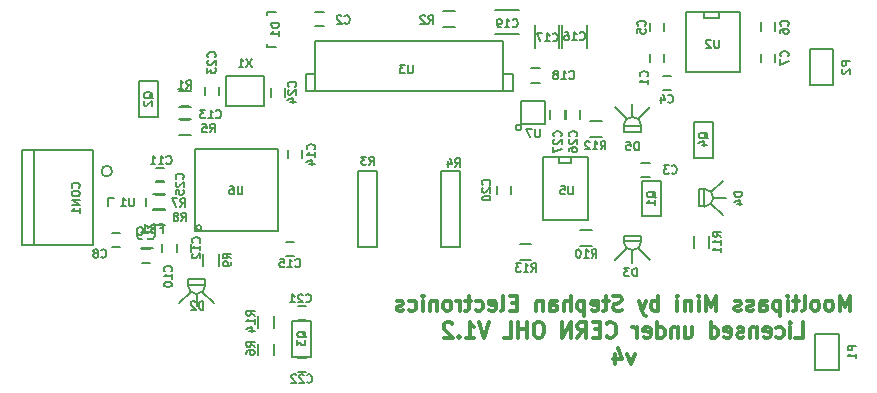
<source format=gbo>
G04 #@! TF.FileFunction,Legend,Bot*
%FSLAX46Y46*%
G04 Gerber Fmt 4.6, Leading zero omitted, Abs format (unit mm)*
G04 Created by KiCad (PCBNEW 4.0.4-stable) date 10/29/16 22:21:33*
%MOMM*%
%LPD*%
G01*
G04 APERTURE LIST*
%ADD10C,0.100000*%
%ADD11C,0.200000*%
%ADD12C,0.300000*%
%ADD13C,0.150000*%
%ADD14C,0.127000*%
G04 APERTURE END LIST*
D10*
D11*
X105850000Y-81500000D02*
G75*
G03X105850000Y-81500000I-450000J0D01*
G01*
D12*
X168309520Y-93338095D02*
X168309520Y-92038095D01*
X167876187Y-92966667D01*
X167442854Y-92038095D01*
X167442854Y-93338095D01*
X166638092Y-93338095D02*
X166761901Y-93276190D01*
X166823806Y-93214286D01*
X166885711Y-93090476D01*
X166885711Y-92719048D01*
X166823806Y-92595238D01*
X166761901Y-92533333D01*
X166638092Y-92471429D01*
X166452378Y-92471429D01*
X166328568Y-92533333D01*
X166266663Y-92595238D01*
X166204759Y-92719048D01*
X166204759Y-93090476D01*
X166266663Y-93214286D01*
X166328568Y-93276190D01*
X166452378Y-93338095D01*
X166638092Y-93338095D01*
X165461902Y-93338095D02*
X165585711Y-93276190D01*
X165647616Y-93214286D01*
X165709521Y-93090476D01*
X165709521Y-92719048D01*
X165647616Y-92595238D01*
X165585711Y-92533333D01*
X165461902Y-92471429D01*
X165276188Y-92471429D01*
X165152378Y-92533333D01*
X165090473Y-92595238D01*
X165028569Y-92719048D01*
X165028569Y-93090476D01*
X165090473Y-93214286D01*
X165152378Y-93276190D01*
X165276188Y-93338095D01*
X165461902Y-93338095D01*
X164285712Y-93338095D02*
X164409521Y-93276190D01*
X164471426Y-93152381D01*
X164471426Y-92038095D01*
X163976188Y-92471429D02*
X163480950Y-92471429D01*
X163790474Y-92038095D02*
X163790474Y-93152381D01*
X163728569Y-93276190D01*
X163604760Y-93338095D01*
X163480950Y-93338095D01*
X163047617Y-93338095D02*
X163047617Y-92471429D01*
X163047617Y-92038095D02*
X163109522Y-92100000D01*
X163047617Y-92161905D01*
X162985712Y-92100000D01*
X163047617Y-92038095D01*
X163047617Y-92161905D01*
X162428569Y-92471429D02*
X162428569Y-93771429D01*
X162428569Y-92533333D02*
X162304760Y-92471429D01*
X162057141Y-92471429D01*
X161933331Y-92533333D01*
X161871426Y-92595238D01*
X161809522Y-92719048D01*
X161809522Y-93090476D01*
X161871426Y-93214286D01*
X161933331Y-93276190D01*
X162057141Y-93338095D01*
X162304760Y-93338095D01*
X162428569Y-93276190D01*
X160695236Y-93338095D02*
X160695236Y-92657143D01*
X160757141Y-92533333D01*
X160880951Y-92471429D01*
X161128570Y-92471429D01*
X161252379Y-92533333D01*
X160695236Y-93276190D02*
X160819046Y-93338095D01*
X161128570Y-93338095D01*
X161252379Y-93276190D01*
X161314284Y-93152381D01*
X161314284Y-93028571D01*
X161252379Y-92904762D01*
X161128570Y-92842857D01*
X160819046Y-92842857D01*
X160695236Y-92780952D01*
X160138094Y-93276190D02*
X160014284Y-93338095D01*
X159766665Y-93338095D01*
X159642856Y-93276190D01*
X159580951Y-93152381D01*
X159580951Y-93090476D01*
X159642856Y-92966667D01*
X159766665Y-92904762D01*
X159952380Y-92904762D01*
X160076189Y-92842857D01*
X160138094Y-92719048D01*
X160138094Y-92657143D01*
X160076189Y-92533333D01*
X159952380Y-92471429D01*
X159766665Y-92471429D01*
X159642856Y-92533333D01*
X159085713Y-93276190D02*
X158961903Y-93338095D01*
X158714284Y-93338095D01*
X158590475Y-93276190D01*
X158528570Y-93152381D01*
X158528570Y-93090476D01*
X158590475Y-92966667D01*
X158714284Y-92904762D01*
X158899999Y-92904762D01*
X159023808Y-92842857D01*
X159085713Y-92719048D01*
X159085713Y-92657143D01*
X159023808Y-92533333D01*
X158899999Y-92471429D01*
X158714284Y-92471429D01*
X158590475Y-92533333D01*
X156980951Y-93338095D02*
X156980951Y-92038095D01*
X156547618Y-92966667D01*
X156114285Y-92038095D01*
X156114285Y-93338095D01*
X155495237Y-93338095D02*
X155495237Y-92471429D01*
X155495237Y-92038095D02*
X155557142Y-92100000D01*
X155495237Y-92161905D01*
X155433332Y-92100000D01*
X155495237Y-92038095D01*
X155495237Y-92161905D01*
X154876189Y-92471429D02*
X154876189Y-93338095D01*
X154876189Y-92595238D02*
X154814284Y-92533333D01*
X154690475Y-92471429D01*
X154504761Y-92471429D01*
X154380951Y-92533333D01*
X154319046Y-92657143D01*
X154319046Y-93338095D01*
X153699999Y-93338095D02*
X153699999Y-92471429D01*
X153699999Y-92038095D02*
X153761904Y-92100000D01*
X153699999Y-92161905D01*
X153638094Y-92100000D01*
X153699999Y-92038095D01*
X153699999Y-92161905D01*
X152090475Y-93338095D02*
X152090475Y-92038095D01*
X152090475Y-92533333D02*
X151966666Y-92471429D01*
X151719047Y-92471429D01*
X151595237Y-92533333D01*
X151533332Y-92595238D01*
X151471428Y-92719048D01*
X151471428Y-93090476D01*
X151533332Y-93214286D01*
X151595237Y-93276190D01*
X151719047Y-93338095D01*
X151966666Y-93338095D01*
X152090475Y-93276190D01*
X151038095Y-92471429D02*
X150728571Y-93338095D01*
X150419047Y-92471429D02*
X150728571Y-93338095D01*
X150852380Y-93647619D01*
X150914285Y-93709524D01*
X151038095Y-93771429D01*
X148995238Y-93276190D02*
X148809524Y-93338095D01*
X148500000Y-93338095D01*
X148376190Y-93276190D01*
X148314286Y-93214286D01*
X148252381Y-93090476D01*
X148252381Y-92966667D01*
X148314286Y-92842857D01*
X148376190Y-92780952D01*
X148500000Y-92719048D01*
X148747619Y-92657143D01*
X148871428Y-92595238D01*
X148933333Y-92533333D01*
X148995238Y-92409524D01*
X148995238Y-92285714D01*
X148933333Y-92161905D01*
X148871428Y-92100000D01*
X148747619Y-92038095D01*
X148438095Y-92038095D01*
X148252381Y-92100000D01*
X147880952Y-92471429D02*
X147385714Y-92471429D01*
X147695238Y-92038095D02*
X147695238Y-93152381D01*
X147633333Y-93276190D01*
X147509524Y-93338095D01*
X147385714Y-93338095D01*
X146457143Y-93276190D02*
X146580953Y-93338095D01*
X146828572Y-93338095D01*
X146952381Y-93276190D01*
X147014286Y-93152381D01*
X147014286Y-92657143D01*
X146952381Y-92533333D01*
X146828572Y-92471429D01*
X146580953Y-92471429D01*
X146457143Y-92533333D01*
X146395238Y-92657143D01*
X146395238Y-92780952D01*
X147014286Y-92904762D01*
X145838095Y-92471429D02*
X145838095Y-93771429D01*
X145838095Y-92533333D02*
X145714286Y-92471429D01*
X145466667Y-92471429D01*
X145342857Y-92533333D01*
X145280952Y-92595238D01*
X145219048Y-92719048D01*
X145219048Y-93090476D01*
X145280952Y-93214286D01*
X145342857Y-93276190D01*
X145466667Y-93338095D01*
X145714286Y-93338095D01*
X145838095Y-93276190D01*
X144661905Y-93338095D02*
X144661905Y-92038095D01*
X144104762Y-93338095D02*
X144104762Y-92657143D01*
X144166667Y-92533333D01*
X144290477Y-92471429D01*
X144476191Y-92471429D01*
X144600000Y-92533333D01*
X144661905Y-92595238D01*
X142928572Y-93338095D02*
X142928572Y-92657143D01*
X142990477Y-92533333D01*
X143114287Y-92471429D01*
X143361906Y-92471429D01*
X143485715Y-92533333D01*
X142928572Y-93276190D02*
X143052382Y-93338095D01*
X143361906Y-93338095D01*
X143485715Y-93276190D01*
X143547620Y-93152381D01*
X143547620Y-93028571D01*
X143485715Y-92904762D01*
X143361906Y-92842857D01*
X143052382Y-92842857D01*
X142928572Y-92780952D01*
X142309525Y-92471429D02*
X142309525Y-93338095D01*
X142309525Y-92595238D02*
X142247620Y-92533333D01*
X142123811Y-92471429D01*
X141938097Y-92471429D01*
X141814287Y-92533333D01*
X141752382Y-92657143D01*
X141752382Y-93338095D01*
X140142859Y-92657143D02*
X139709526Y-92657143D01*
X139523812Y-93338095D02*
X140142859Y-93338095D01*
X140142859Y-92038095D01*
X139523812Y-92038095D01*
X138780955Y-93338095D02*
X138904764Y-93276190D01*
X138966669Y-93152381D01*
X138966669Y-92038095D01*
X137790479Y-93276190D02*
X137914289Y-93338095D01*
X138161908Y-93338095D01*
X138285717Y-93276190D01*
X138347622Y-93152381D01*
X138347622Y-92657143D01*
X138285717Y-92533333D01*
X138161908Y-92471429D01*
X137914289Y-92471429D01*
X137790479Y-92533333D01*
X137728574Y-92657143D01*
X137728574Y-92780952D01*
X138347622Y-92904762D01*
X136614288Y-93276190D02*
X136738098Y-93338095D01*
X136985717Y-93338095D01*
X137109526Y-93276190D01*
X137171431Y-93214286D01*
X137233336Y-93090476D01*
X137233336Y-92719048D01*
X137171431Y-92595238D01*
X137109526Y-92533333D01*
X136985717Y-92471429D01*
X136738098Y-92471429D01*
X136614288Y-92533333D01*
X136242859Y-92471429D02*
X135747621Y-92471429D01*
X136057145Y-92038095D02*
X136057145Y-93152381D01*
X135995240Y-93276190D01*
X135871431Y-93338095D01*
X135747621Y-93338095D01*
X135314288Y-93338095D02*
X135314288Y-92471429D01*
X135314288Y-92719048D02*
X135252383Y-92595238D01*
X135190479Y-92533333D01*
X135066669Y-92471429D01*
X134942860Y-92471429D01*
X134323812Y-93338095D02*
X134447621Y-93276190D01*
X134509526Y-93214286D01*
X134571431Y-93090476D01*
X134571431Y-92719048D01*
X134509526Y-92595238D01*
X134447621Y-92533333D01*
X134323812Y-92471429D01*
X134138098Y-92471429D01*
X134014288Y-92533333D01*
X133952383Y-92595238D01*
X133890479Y-92719048D01*
X133890479Y-93090476D01*
X133952383Y-93214286D01*
X134014288Y-93276190D01*
X134138098Y-93338095D01*
X134323812Y-93338095D01*
X133333336Y-92471429D02*
X133333336Y-93338095D01*
X133333336Y-92595238D02*
X133271431Y-92533333D01*
X133147622Y-92471429D01*
X132961908Y-92471429D01*
X132838098Y-92533333D01*
X132776193Y-92657143D01*
X132776193Y-93338095D01*
X132157146Y-93338095D02*
X132157146Y-92471429D01*
X132157146Y-92038095D02*
X132219051Y-92100000D01*
X132157146Y-92161905D01*
X132095241Y-92100000D01*
X132157146Y-92038095D01*
X132157146Y-92161905D01*
X130980955Y-93276190D02*
X131104765Y-93338095D01*
X131352384Y-93338095D01*
X131476193Y-93276190D01*
X131538098Y-93214286D01*
X131600003Y-93090476D01*
X131600003Y-92719048D01*
X131538098Y-92595238D01*
X131476193Y-92533333D01*
X131352384Y-92471429D01*
X131104765Y-92471429D01*
X130980955Y-92533333D01*
X130485717Y-93276190D02*
X130361907Y-93338095D01*
X130114288Y-93338095D01*
X129990479Y-93276190D01*
X129928574Y-93152381D01*
X129928574Y-93090476D01*
X129990479Y-92966667D01*
X130114288Y-92904762D01*
X130300003Y-92904762D01*
X130423812Y-92842857D01*
X130485717Y-92719048D01*
X130485717Y-92657143D01*
X130423812Y-92533333D01*
X130300003Y-92471429D01*
X130114288Y-92471429D01*
X129990479Y-92533333D01*
X163697619Y-95588095D02*
X164316666Y-95588095D01*
X164316666Y-94288095D01*
X163264285Y-95588095D02*
X163264285Y-94721429D01*
X163264285Y-94288095D02*
X163326190Y-94350000D01*
X163264285Y-94411905D01*
X163202380Y-94350000D01*
X163264285Y-94288095D01*
X163264285Y-94411905D01*
X162088094Y-95526190D02*
X162211904Y-95588095D01*
X162459523Y-95588095D01*
X162583332Y-95526190D01*
X162645237Y-95464286D01*
X162707142Y-95340476D01*
X162707142Y-94969048D01*
X162645237Y-94845238D01*
X162583332Y-94783333D01*
X162459523Y-94721429D01*
X162211904Y-94721429D01*
X162088094Y-94783333D01*
X161035713Y-95526190D02*
X161159523Y-95588095D01*
X161407142Y-95588095D01*
X161530951Y-95526190D01*
X161592856Y-95402381D01*
X161592856Y-94907143D01*
X161530951Y-94783333D01*
X161407142Y-94721429D01*
X161159523Y-94721429D01*
X161035713Y-94783333D01*
X160973808Y-94907143D01*
X160973808Y-95030952D01*
X161592856Y-95154762D01*
X160416665Y-94721429D02*
X160416665Y-95588095D01*
X160416665Y-94845238D02*
X160354760Y-94783333D01*
X160230951Y-94721429D01*
X160045237Y-94721429D01*
X159921427Y-94783333D01*
X159859522Y-94907143D01*
X159859522Y-95588095D01*
X159302380Y-95526190D02*
X159178570Y-95588095D01*
X158930951Y-95588095D01*
X158807142Y-95526190D01*
X158745237Y-95402381D01*
X158745237Y-95340476D01*
X158807142Y-95216667D01*
X158930951Y-95154762D01*
X159116666Y-95154762D01*
X159240475Y-95092857D01*
X159302380Y-94969048D01*
X159302380Y-94907143D01*
X159240475Y-94783333D01*
X159116666Y-94721429D01*
X158930951Y-94721429D01*
X158807142Y-94783333D01*
X157692856Y-95526190D02*
X157816666Y-95588095D01*
X158064285Y-95588095D01*
X158188094Y-95526190D01*
X158249999Y-95402381D01*
X158249999Y-94907143D01*
X158188094Y-94783333D01*
X158064285Y-94721429D01*
X157816666Y-94721429D01*
X157692856Y-94783333D01*
X157630951Y-94907143D01*
X157630951Y-95030952D01*
X158249999Y-95154762D01*
X156516665Y-95588095D02*
X156516665Y-94288095D01*
X156516665Y-95526190D02*
X156640475Y-95588095D01*
X156888094Y-95588095D01*
X157011903Y-95526190D01*
X157073808Y-95464286D01*
X157135713Y-95340476D01*
X157135713Y-94969048D01*
X157073808Y-94845238D01*
X157011903Y-94783333D01*
X156888094Y-94721429D01*
X156640475Y-94721429D01*
X156516665Y-94783333D01*
X154349999Y-94721429D02*
X154349999Y-95588095D01*
X154907142Y-94721429D02*
X154907142Y-95402381D01*
X154845237Y-95526190D01*
X154721428Y-95588095D01*
X154535714Y-95588095D01*
X154411904Y-95526190D01*
X154349999Y-95464286D01*
X153730952Y-94721429D02*
X153730952Y-95588095D01*
X153730952Y-94845238D02*
X153669047Y-94783333D01*
X153545238Y-94721429D01*
X153359524Y-94721429D01*
X153235714Y-94783333D01*
X153173809Y-94907143D01*
X153173809Y-95588095D01*
X151997619Y-95588095D02*
X151997619Y-94288095D01*
X151997619Y-95526190D02*
X152121429Y-95588095D01*
X152369048Y-95588095D01*
X152492857Y-95526190D01*
X152554762Y-95464286D01*
X152616667Y-95340476D01*
X152616667Y-94969048D01*
X152554762Y-94845238D01*
X152492857Y-94783333D01*
X152369048Y-94721429D01*
X152121429Y-94721429D01*
X151997619Y-94783333D01*
X150883334Y-95526190D02*
X151007144Y-95588095D01*
X151254763Y-95588095D01*
X151378572Y-95526190D01*
X151440477Y-95402381D01*
X151440477Y-94907143D01*
X151378572Y-94783333D01*
X151254763Y-94721429D01*
X151007144Y-94721429D01*
X150883334Y-94783333D01*
X150821429Y-94907143D01*
X150821429Y-95030952D01*
X151440477Y-95154762D01*
X150264286Y-95588095D02*
X150264286Y-94721429D01*
X150264286Y-94969048D02*
X150202381Y-94845238D01*
X150140477Y-94783333D01*
X150016667Y-94721429D01*
X149892858Y-94721429D01*
X147726191Y-95464286D02*
X147788096Y-95526190D01*
X147973810Y-95588095D01*
X148097620Y-95588095D01*
X148283334Y-95526190D01*
X148407143Y-95402381D01*
X148469048Y-95278571D01*
X148530953Y-95030952D01*
X148530953Y-94845238D01*
X148469048Y-94597619D01*
X148407143Y-94473810D01*
X148283334Y-94350000D01*
X148097620Y-94288095D01*
X147973810Y-94288095D01*
X147788096Y-94350000D01*
X147726191Y-94411905D01*
X147169048Y-94907143D02*
X146735715Y-94907143D01*
X146550001Y-95588095D02*
X147169048Y-95588095D01*
X147169048Y-94288095D01*
X146550001Y-94288095D01*
X145250001Y-95588095D02*
X145683334Y-94969048D01*
X145992858Y-95588095D02*
X145992858Y-94288095D01*
X145497620Y-94288095D01*
X145373811Y-94350000D01*
X145311906Y-94411905D01*
X145250001Y-94535714D01*
X145250001Y-94721429D01*
X145311906Y-94845238D01*
X145373811Y-94907143D01*
X145497620Y-94969048D01*
X145992858Y-94969048D01*
X144692858Y-95588095D02*
X144692858Y-94288095D01*
X143950001Y-95588095D01*
X143950001Y-94288095D01*
X142092858Y-94288095D02*
X141845239Y-94288095D01*
X141721430Y-94350000D01*
X141597620Y-94473810D01*
X141535715Y-94721429D01*
X141535715Y-95154762D01*
X141597620Y-95402381D01*
X141721430Y-95526190D01*
X141845239Y-95588095D01*
X142092858Y-95588095D01*
X142216668Y-95526190D01*
X142340477Y-95402381D01*
X142402382Y-95154762D01*
X142402382Y-94721429D01*
X142340477Y-94473810D01*
X142216668Y-94350000D01*
X142092858Y-94288095D01*
X140978572Y-95588095D02*
X140978572Y-94288095D01*
X140978572Y-94907143D02*
X140235715Y-94907143D01*
X140235715Y-95588095D02*
X140235715Y-94288095D01*
X138997620Y-95588095D02*
X139616667Y-95588095D01*
X139616667Y-94288095D01*
X137759524Y-94288095D02*
X137326191Y-95588095D01*
X136892858Y-94288095D01*
X135778572Y-95588095D02*
X136521429Y-95588095D01*
X136150000Y-95588095D02*
X136150000Y-94288095D01*
X136273810Y-94473810D01*
X136397619Y-94597619D01*
X136521429Y-94659524D01*
X135221429Y-95464286D02*
X135159524Y-95526190D01*
X135221429Y-95588095D01*
X135283334Y-95526190D01*
X135221429Y-95464286D01*
X135221429Y-95588095D01*
X134664286Y-94411905D02*
X134602381Y-94350000D01*
X134478572Y-94288095D01*
X134169048Y-94288095D01*
X134045238Y-94350000D01*
X133983334Y-94411905D01*
X133921429Y-94535714D01*
X133921429Y-94659524D01*
X133983334Y-94845238D01*
X134726191Y-95588095D01*
X133921429Y-95588095D01*
X150078571Y-96971429D02*
X149769047Y-97838095D01*
X149459523Y-96971429D01*
X148407142Y-96971429D02*
X148407142Y-97838095D01*
X148716666Y-96476190D02*
X149026190Y-97404762D01*
X148221428Y-97404762D01*
D13*
X128300000Y-81500000D02*
X128300000Y-87900000D01*
X128300000Y-87900000D02*
X126700000Y-87900000D01*
X126700000Y-87900000D02*
X126700000Y-81500000D01*
X126700000Y-81500000D02*
X128300000Y-81500000D01*
X123050000Y-74700000D02*
X122250000Y-74700000D01*
X122250000Y-74700000D02*
X122250000Y-73300000D01*
X122250000Y-73300000D02*
X123050000Y-73300000D01*
X138950000Y-74700000D02*
X139750000Y-74700000D01*
X139750000Y-74700000D02*
X139750000Y-73300000D01*
X139750000Y-73300000D02*
X138950000Y-73300000D01*
X138950000Y-70500000D02*
X138950000Y-74700000D01*
X138950000Y-74700000D02*
X123050000Y-74700000D01*
X123050000Y-74700000D02*
X123050000Y-70500000D01*
X123050000Y-70500000D02*
X138950000Y-70500000D01*
X151400000Y-71600000D02*
X151400000Y-72300000D01*
X152600000Y-72300000D02*
X152600000Y-71600000D01*
X123050000Y-69250000D02*
X123750000Y-69250000D01*
X123750000Y-68050000D02*
X123050000Y-68050000D01*
X150650000Y-82000000D02*
X151350000Y-82000000D01*
X151350000Y-80800000D02*
X150650000Y-80800000D01*
X152450000Y-74650000D02*
X153150000Y-74650000D01*
X153150000Y-73450000D02*
X152450000Y-73450000D01*
X152600000Y-69650000D02*
X152600000Y-68950000D01*
X151400000Y-68950000D02*
X151400000Y-69650000D01*
X162000000Y-69600000D02*
X162000000Y-68900000D01*
X160800000Y-68900000D02*
X160800000Y-69600000D01*
X160800000Y-71600000D02*
X160800000Y-72300000D01*
X162000000Y-72300000D02*
X162000000Y-71600000D01*
X106550000Y-86700000D02*
X105850000Y-86700000D01*
X105850000Y-87900000D02*
X106550000Y-87900000D01*
X110100000Y-87650000D02*
X110100000Y-88350000D01*
X111300000Y-88350000D02*
X111300000Y-87650000D01*
X110250000Y-81200000D02*
X109550000Y-81200000D01*
X109550000Y-82400000D02*
X110250000Y-82400000D01*
X111300000Y-87650000D02*
X111300000Y-88350000D01*
X112500000Y-88350000D02*
X112500000Y-87650000D01*
X112350000Y-76000000D02*
X111650000Y-76000000D01*
X111650000Y-77200000D02*
X112350000Y-77200000D01*
X121900000Y-80400000D02*
X121900000Y-79700000D01*
X120700000Y-79700000D02*
X120700000Y-80400000D01*
X120550000Y-88700000D02*
X121250000Y-88700000D01*
X121250000Y-87500000D02*
X120550000Y-87500000D01*
X146025000Y-69100000D02*
X146025000Y-71100000D01*
X143975000Y-71100000D02*
X143975000Y-69100000D01*
X143725000Y-69100000D02*
X143725000Y-71100000D01*
X141675000Y-71100000D02*
X141675000Y-69100000D01*
X141350000Y-74000000D02*
X142050000Y-74000000D01*
X142050000Y-72800000D02*
X141350000Y-72800000D01*
X140300000Y-69925000D02*
X138300000Y-69925000D01*
X138300000Y-67875000D02*
X140300000Y-67875000D01*
X139600000Y-83450000D02*
X139600000Y-82750000D01*
X138400000Y-82750000D02*
X138400000Y-83450000D01*
X121550000Y-94100000D02*
X122250000Y-94100000D01*
X122250000Y-92900000D02*
X121550000Y-92900000D01*
X122250000Y-97300000D02*
X121550000Y-97300000D01*
X121550000Y-98500000D02*
X122250000Y-98500000D01*
X113700000Y-74350000D02*
X113700000Y-75050000D01*
X114900000Y-75050000D02*
X114900000Y-74350000D01*
X120500000Y-75200000D02*
X120500000Y-74500000D01*
X119300000Y-74500000D02*
X119300000Y-75200000D01*
X110250000Y-82300000D02*
X109550000Y-82300000D01*
X109550000Y-83500000D02*
X110250000Y-83500000D01*
X99200000Y-87750000D02*
X98200000Y-87750000D01*
X98200000Y-87750000D02*
X98200000Y-79750000D01*
X98200000Y-79750000D02*
X99200000Y-79750000D01*
X99200000Y-87750000D02*
X99200000Y-79750000D01*
X99200000Y-79750000D02*
X104250000Y-79750000D01*
X104250000Y-79750000D02*
X104250000Y-87750000D01*
X104250000Y-87750000D02*
X99200000Y-87750000D01*
X109300000Y-86625000D02*
X108300000Y-86625000D01*
X108300000Y-87975000D02*
X109300000Y-87975000D01*
X111500000Y-76075000D02*
X112500000Y-76075000D01*
X112500000Y-74725000D02*
X111500000Y-74725000D01*
X133900000Y-69275000D02*
X134900000Y-69275000D01*
X134900000Y-67925000D02*
X133900000Y-67925000D01*
X135300000Y-81500000D02*
X135300000Y-87900000D01*
X135300000Y-87900000D02*
X133700000Y-87900000D01*
X133700000Y-87900000D02*
X133700000Y-81500000D01*
X133700000Y-81500000D02*
X135300000Y-81500000D01*
X111500000Y-78475000D02*
X112500000Y-78475000D01*
X112500000Y-77125000D02*
X111500000Y-77125000D01*
X110300000Y-83425000D02*
X109300000Y-83425000D01*
X109300000Y-84775000D02*
X110300000Y-84775000D01*
X110300000Y-84725000D02*
X109300000Y-84725000D01*
X109300000Y-86075000D02*
X110300000Y-86075000D01*
X105499800Y-83749480D02*
X105990020Y-83749480D01*
X105499800Y-84450520D02*
X105499800Y-83749480D01*
X108700200Y-84450520D02*
X108700200Y-83749480D01*
X154414000Y-68060000D02*
X154414000Y-73140000D01*
X154414000Y-73140000D02*
X158986000Y-73140000D01*
X158986000Y-73140000D02*
X158986000Y-68060000D01*
X158986000Y-68060000D02*
X154414000Y-68060000D01*
X155938000Y-68060000D02*
X155938000Y-68568000D01*
X155938000Y-68568000D02*
X157208000Y-68568000D01*
X157208000Y-68568000D02*
X157208000Y-68060000D01*
D14*
X145978000Y-80333000D02*
X146105000Y-80333000D01*
X146105000Y-80333000D02*
X146105000Y-85667000D01*
X142295000Y-85667000D02*
X142295000Y-80333000D01*
X142295000Y-80333000D02*
X145978000Y-80333000D01*
X143692000Y-80333000D02*
X143692000Y-80841000D01*
X143692000Y-80841000D02*
X144708000Y-80841000D01*
X144708000Y-80841000D02*
X144708000Y-80333000D01*
X142295000Y-85667000D02*
X146105000Y-85667000D01*
D13*
X113423607Y-86300000D02*
G75*
G03X113423607Y-86300000I-223607J0D01*
G01*
X112900000Y-86600000D02*
X119900000Y-86600000D01*
X119900000Y-86600000D02*
X119900000Y-79600000D01*
X119900000Y-79600000D02*
X112900000Y-79600000D01*
X112900000Y-79600000D02*
X112900000Y-86600000D01*
X115500000Y-75950000D02*
X118700000Y-75950000D01*
X118700000Y-75950000D02*
X118700000Y-73450000D01*
X118700000Y-73450000D02*
X115500000Y-73450000D01*
X115500000Y-73450000D02*
X115500000Y-75950000D01*
X118999760Y-70799160D02*
X118999760Y-70750900D01*
X119700800Y-68000180D02*
X118999760Y-68000180D01*
X118999760Y-68000180D02*
X118999760Y-68249100D01*
X118999760Y-70799160D02*
X118999760Y-70999820D01*
X118999760Y-70999820D02*
X119700800Y-70999820D01*
X152300000Y-85300000D02*
X152300000Y-82300000D01*
X152300000Y-82300000D02*
X150700000Y-82300000D01*
X150700000Y-82300000D02*
X150700000Y-85300000D01*
X150700000Y-85300000D02*
X152300000Y-85300000D01*
X109700000Y-76900000D02*
X109700000Y-73900000D01*
X109700000Y-73900000D02*
X108100000Y-73900000D01*
X108100000Y-73900000D02*
X108100000Y-76900000D01*
X108100000Y-76900000D02*
X109700000Y-76900000D01*
X122700000Y-97200000D02*
X122700000Y-94200000D01*
X122700000Y-94200000D02*
X121100000Y-94200000D01*
X121100000Y-94200000D02*
X121100000Y-97200000D01*
X121100000Y-97200000D02*
X122700000Y-97200000D01*
X119575000Y-97100000D02*
X119575000Y-96100000D01*
X118225000Y-96100000D02*
X118225000Y-97100000D01*
X156700000Y-80350000D02*
X156700000Y-77350000D01*
X156700000Y-77350000D02*
X155100000Y-77350000D01*
X155100000Y-77350000D02*
X155100000Y-80350000D01*
X155100000Y-80350000D02*
X156700000Y-80350000D01*
X114875000Y-89500000D02*
X114875000Y-88500000D01*
X113525000Y-88500000D02*
X113525000Y-89500000D01*
X146500000Y-86525000D02*
X145500000Y-86525000D01*
X145500000Y-87875000D02*
X146500000Y-87875000D01*
X155075000Y-87000000D02*
X155075000Y-88000000D01*
X156425000Y-88000000D02*
X156425000Y-87000000D01*
X147300000Y-77225000D02*
X146300000Y-77225000D01*
X146300000Y-78575000D02*
X147300000Y-78575000D01*
X112500000Y-91700000D02*
X111550000Y-92700000D01*
X113000000Y-91900000D02*
X113000000Y-92950000D01*
X113500000Y-91700000D02*
X114450000Y-92700000D01*
X113000000Y-91900000D02*
G75*
G02X112250000Y-91150000I0J750000D01*
G01*
X113750000Y-91150000D02*
G75*
G02X113000000Y-91900000I-750000J0D01*
G01*
X113700000Y-91150000D02*
X112300000Y-91150000D01*
X112300000Y-91150000D02*
X112300000Y-90650000D01*
X112300000Y-90650000D02*
X113700000Y-90650000D01*
X113700000Y-90650000D02*
X113700000Y-91150000D01*
X149400000Y-88000000D02*
X148450000Y-89000000D01*
X149900000Y-88200000D02*
X149900000Y-89250000D01*
X150400000Y-88000000D02*
X151350000Y-89000000D01*
X149900000Y-88200000D02*
G75*
G02X149150000Y-87450000I0J750000D01*
G01*
X150650000Y-87450000D02*
G75*
G02X149900000Y-88200000I-750000J0D01*
G01*
X150600000Y-87450000D02*
X149200000Y-87450000D01*
X149200000Y-87450000D02*
X149200000Y-86950000D01*
X149200000Y-86950000D02*
X150600000Y-86950000D01*
X150600000Y-86950000D02*
X150600000Y-87450000D01*
X156550000Y-84250000D02*
X157550000Y-85200000D01*
X156750000Y-83750000D02*
X157800000Y-83750000D01*
X156550000Y-83250000D02*
X157550000Y-82300000D01*
X156750000Y-83750000D02*
G75*
G02X156000000Y-84500000I-750000J0D01*
G01*
X156000000Y-83000000D02*
G75*
G02X156750000Y-83750000I0J-750000D01*
G01*
X156000000Y-83050000D02*
X156000000Y-84450000D01*
X156000000Y-84450000D02*
X155500000Y-84450000D01*
X155500000Y-84450000D02*
X155500000Y-83050000D01*
X155500000Y-83050000D02*
X156000000Y-83050000D01*
X150400000Y-77100000D02*
X151350000Y-76100000D01*
X149900000Y-76900000D02*
X149900000Y-75850000D01*
X149400000Y-77100000D02*
X148450000Y-76100000D01*
X149900000Y-76900000D02*
G75*
G02X150650000Y-77650000I0J-750000D01*
G01*
X149150000Y-77650000D02*
G75*
G02X149900000Y-76900000I750000J0D01*
G01*
X149200000Y-77650000D02*
X150600000Y-77650000D01*
X150600000Y-77650000D02*
X150600000Y-78150000D01*
X150600000Y-78150000D02*
X149200000Y-78150000D01*
X149200000Y-78150000D02*
X149200000Y-77650000D01*
X141350000Y-87675000D02*
X140350000Y-87675000D01*
X140350000Y-89025000D02*
X141350000Y-89025000D01*
X145500000Y-77050000D02*
X145500000Y-76350000D01*
X144300000Y-76350000D02*
X144300000Y-77050000D01*
X144150000Y-77050000D02*
X144150000Y-76350000D01*
X142950000Y-76350000D02*
X142950000Y-77050000D01*
X118225000Y-93750000D02*
X118225000Y-94750000D01*
X119575000Y-94750000D02*
X119575000Y-93750000D01*
X140500000Y-77800000D02*
G75*
G03X140500000Y-77800000I-250000J0D01*
G01*
X140500000Y-77550000D02*
X142500000Y-77550000D01*
X142500000Y-77550000D02*
X142500000Y-75550000D01*
X142500000Y-75550000D02*
X140500000Y-75550000D01*
X140500000Y-75550000D02*
X140500000Y-77550000D01*
X165400000Y-95300000D02*
X165400000Y-98300000D01*
X165400000Y-98300000D02*
X167400000Y-98300000D01*
X167400000Y-98300000D02*
X167400000Y-95300000D01*
X167400000Y-95300000D02*
X165400000Y-95300000D01*
X164900000Y-71200000D02*
X164900000Y-74200000D01*
X164900000Y-74200000D02*
X166900000Y-74200000D01*
X166900000Y-74200000D02*
X166900000Y-71200000D01*
X166900000Y-71200000D02*
X164900000Y-71200000D01*
X109050000Y-88100000D02*
X108350000Y-88100000D01*
X108350000Y-89300000D02*
X109050000Y-89300000D01*
X127616666Y-80966667D02*
X127850000Y-80633333D01*
X128016666Y-80966667D02*
X128016666Y-80266667D01*
X127750000Y-80266667D01*
X127683333Y-80300000D01*
X127650000Y-80333333D01*
X127616666Y-80400000D01*
X127616666Y-80500000D01*
X127650000Y-80566667D01*
X127683333Y-80600000D01*
X127750000Y-80633333D01*
X128016666Y-80633333D01*
X127383333Y-80266667D02*
X126950000Y-80266667D01*
X127183333Y-80533333D01*
X127083333Y-80533333D01*
X127016666Y-80566667D01*
X126983333Y-80600000D01*
X126950000Y-80666667D01*
X126950000Y-80833333D01*
X126983333Y-80900000D01*
X127016666Y-80933333D01*
X127083333Y-80966667D01*
X127283333Y-80966667D01*
X127350000Y-80933333D01*
X127383333Y-80900000D01*
X131283333Y-72516667D02*
X131283333Y-73083333D01*
X131250000Y-73150000D01*
X131216667Y-73183333D01*
X131150000Y-73216667D01*
X131016667Y-73216667D01*
X130950000Y-73183333D01*
X130916667Y-73150000D01*
X130883333Y-73083333D01*
X130883333Y-72516667D01*
X130616667Y-72516667D02*
X130183334Y-72516667D01*
X130416667Y-72783333D01*
X130316667Y-72783333D01*
X130250000Y-72816667D01*
X130216667Y-72850000D01*
X130183334Y-72916667D01*
X130183334Y-73083333D01*
X130216667Y-73150000D01*
X130250000Y-73183333D01*
X130316667Y-73216667D01*
X130516667Y-73216667D01*
X130583334Y-73183333D01*
X130616667Y-73150000D01*
X151150000Y-73483334D02*
X151183333Y-73450000D01*
X151216667Y-73350000D01*
X151216667Y-73283334D01*
X151183333Y-73183334D01*
X151116667Y-73116667D01*
X151050000Y-73083334D01*
X150916667Y-73050000D01*
X150816667Y-73050000D01*
X150683333Y-73083334D01*
X150616667Y-73116667D01*
X150550000Y-73183334D01*
X150516667Y-73283334D01*
X150516667Y-73350000D01*
X150550000Y-73450000D01*
X150583333Y-73483334D01*
X151216667Y-74150000D02*
X151216667Y-73750000D01*
X151216667Y-73950000D02*
X150516667Y-73950000D01*
X150616667Y-73883334D01*
X150683333Y-73816667D01*
X150716667Y-73750000D01*
X125516666Y-68950000D02*
X125550000Y-68983333D01*
X125650000Y-69016667D01*
X125716666Y-69016667D01*
X125816666Y-68983333D01*
X125883333Y-68916667D01*
X125916666Y-68850000D01*
X125950000Y-68716667D01*
X125950000Y-68616667D01*
X125916666Y-68483333D01*
X125883333Y-68416667D01*
X125816666Y-68350000D01*
X125716666Y-68316667D01*
X125650000Y-68316667D01*
X125550000Y-68350000D01*
X125516666Y-68383333D01*
X125250000Y-68383333D02*
X125216666Y-68350000D01*
X125150000Y-68316667D01*
X124983333Y-68316667D01*
X124916666Y-68350000D01*
X124883333Y-68383333D01*
X124850000Y-68450000D01*
X124850000Y-68516667D01*
X124883333Y-68616667D01*
X125283333Y-69016667D01*
X124850000Y-69016667D01*
X153216666Y-81650000D02*
X153250000Y-81683333D01*
X153350000Y-81716667D01*
X153416666Y-81716667D01*
X153516666Y-81683333D01*
X153583333Y-81616667D01*
X153616666Y-81550000D01*
X153650000Y-81416667D01*
X153650000Y-81316667D01*
X153616666Y-81183333D01*
X153583333Y-81116667D01*
X153516666Y-81050000D01*
X153416666Y-81016667D01*
X153350000Y-81016667D01*
X153250000Y-81050000D01*
X153216666Y-81083333D01*
X152983333Y-81016667D02*
X152550000Y-81016667D01*
X152783333Y-81283333D01*
X152683333Y-81283333D01*
X152616666Y-81316667D01*
X152583333Y-81350000D01*
X152550000Y-81416667D01*
X152550000Y-81583333D01*
X152583333Y-81650000D01*
X152616666Y-81683333D01*
X152683333Y-81716667D01*
X152883333Y-81716667D01*
X152950000Y-81683333D01*
X152983333Y-81650000D01*
X152916666Y-75650000D02*
X152950000Y-75683333D01*
X153050000Y-75716667D01*
X153116666Y-75716667D01*
X153216666Y-75683333D01*
X153283333Y-75616667D01*
X153316666Y-75550000D01*
X153350000Y-75416667D01*
X153350000Y-75316667D01*
X153316666Y-75183333D01*
X153283333Y-75116667D01*
X153216666Y-75050000D01*
X153116666Y-75016667D01*
X153050000Y-75016667D01*
X152950000Y-75050000D01*
X152916666Y-75083333D01*
X152316666Y-75250000D02*
X152316666Y-75716667D01*
X152483333Y-74983333D02*
X152650000Y-75483333D01*
X152216666Y-75483333D01*
X150950000Y-69183334D02*
X150983333Y-69150000D01*
X151016667Y-69050000D01*
X151016667Y-68983334D01*
X150983333Y-68883334D01*
X150916667Y-68816667D01*
X150850000Y-68783334D01*
X150716667Y-68750000D01*
X150616667Y-68750000D01*
X150483333Y-68783334D01*
X150416667Y-68816667D01*
X150350000Y-68883334D01*
X150316667Y-68983334D01*
X150316667Y-69050000D01*
X150350000Y-69150000D01*
X150383333Y-69183334D01*
X150316667Y-69816667D02*
X150316667Y-69483334D01*
X150650000Y-69450000D01*
X150616667Y-69483334D01*
X150583333Y-69550000D01*
X150583333Y-69716667D01*
X150616667Y-69783334D01*
X150650000Y-69816667D01*
X150716667Y-69850000D01*
X150883333Y-69850000D01*
X150950000Y-69816667D01*
X150983333Y-69783334D01*
X151016667Y-69716667D01*
X151016667Y-69550000D01*
X150983333Y-69483334D01*
X150950000Y-69450000D01*
X163050000Y-69183334D02*
X163083333Y-69150000D01*
X163116667Y-69050000D01*
X163116667Y-68983334D01*
X163083333Y-68883334D01*
X163016667Y-68816667D01*
X162950000Y-68783334D01*
X162816667Y-68750000D01*
X162716667Y-68750000D01*
X162583333Y-68783334D01*
X162516667Y-68816667D01*
X162450000Y-68883334D01*
X162416667Y-68983334D01*
X162416667Y-69050000D01*
X162450000Y-69150000D01*
X162483333Y-69183334D01*
X162416667Y-69783334D02*
X162416667Y-69650000D01*
X162450000Y-69583334D01*
X162483333Y-69550000D01*
X162583333Y-69483334D01*
X162716667Y-69450000D01*
X162983333Y-69450000D01*
X163050000Y-69483334D01*
X163083333Y-69516667D01*
X163116667Y-69583334D01*
X163116667Y-69716667D01*
X163083333Y-69783334D01*
X163050000Y-69816667D01*
X162983333Y-69850000D01*
X162816667Y-69850000D01*
X162750000Y-69816667D01*
X162716667Y-69783334D01*
X162683333Y-69716667D01*
X162683333Y-69583334D01*
X162716667Y-69516667D01*
X162750000Y-69483334D01*
X162816667Y-69450000D01*
X163050000Y-71783334D02*
X163083333Y-71750000D01*
X163116667Y-71650000D01*
X163116667Y-71583334D01*
X163083333Y-71483334D01*
X163016667Y-71416667D01*
X162950000Y-71383334D01*
X162816667Y-71350000D01*
X162716667Y-71350000D01*
X162583333Y-71383334D01*
X162516667Y-71416667D01*
X162450000Y-71483334D01*
X162416667Y-71583334D01*
X162416667Y-71650000D01*
X162450000Y-71750000D01*
X162483333Y-71783334D01*
X162416667Y-72016667D02*
X162416667Y-72483334D01*
X163116667Y-72183334D01*
X104916666Y-88750000D02*
X104950000Y-88783333D01*
X105050000Y-88816667D01*
X105116666Y-88816667D01*
X105216666Y-88783333D01*
X105283333Y-88716667D01*
X105316666Y-88650000D01*
X105350000Y-88516667D01*
X105350000Y-88416667D01*
X105316666Y-88283333D01*
X105283333Y-88216667D01*
X105216666Y-88150000D01*
X105116666Y-88116667D01*
X105050000Y-88116667D01*
X104950000Y-88150000D01*
X104916666Y-88183333D01*
X104516666Y-88416667D02*
X104583333Y-88383333D01*
X104616666Y-88350000D01*
X104650000Y-88283333D01*
X104650000Y-88250000D01*
X104616666Y-88183333D01*
X104583333Y-88150000D01*
X104516666Y-88116667D01*
X104383333Y-88116667D01*
X104316666Y-88150000D01*
X104283333Y-88183333D01*
X104250000Y-88250000D01*
X104250000Y-88283333D01*
X104283333Y-88350000D01*
X104316666Y-88383333D01*
X104383333Y-88416667D01*
X104516666Y-88416667D01*
X104583333Y-88450000D01*
X104616666Y-88483333D01*
X104650000Y-88550000D01*
X104650000Y-88683333D01*
X104616666Y-88750000D01*
X104583333Y-88783333D01*
X104516666Y-88816667D01*
X104383333Y-88816667D01*
X104316666Y-88783333D01*
X104283333Y-88750000D01*
X104250000Y-88683333D01*
X104250000Y-88550000D01*
X104283333Y-88483333D01*
X104316666Y-88450000D01*
X104383333Y-88416667D01*
X110850000Y-89950000D02*
X110883333Y-89916666D01*
X110916667Y-89816666D01*
X110916667Y-89750000D01*
X110883333Y-89650000D01*
X110816667Y-89583333D01*
X110750000Y-89550000D01*
X110616667Y-89516666D01*
X110516667Y-89516666D01*
X110383333Y-89550000D01*
X110316667Y-89583333D01*
X110250000Y-89650000D01*
X110216667Y-89750000D01*
X110216667Y-89816666D01*
X110250000Y-89916666D01*
X110283333Y-89950000D01*
X110916667Y-90616666D02*
X110916667Y-90216666D01*
X110916667Y-90416666D02*
X110216667Y-90416666D01*
X110316667Y-90350000D01*
X110383333Y-90283333D01*
X110416667Y-90216666D01*
X110216667Y-91050000D02*
X110216667Y-91116667D01*
X110250000Y-91183333D01*
X110283333Y-91216667D01*
X110350000Y-91250000D01*
X110483333Y-91283333D01*
X110650000Y-91283333D01*
X110783333Y-91250000D01*
X110850000Y-91216667D01*
X110883333Y-91183333D01*
X110916667Y-91116667D01*
X110916667Y-91050000D01*
X110883333Y-90983333D01*
X110850000Y-90950000D01*
X110783333Y-90916667D01*
X110650000Y-90883333D01*
X110483333Y-90883333D01*
X110350000Y-90916667D01*
X110283333Y-90950000D01*
X110250000Y-90983333D01*
X110216667Y-91050000D01*
X110450000Y-80850000D02*
X110483334Y-80883333D01*
X110583334Y-80916667D01*
X110650000Y-80916667D01*
X110750000Y-80883333D01*
X110816667Y-80816667D01*
X110850000Y-80750000D01*
X110883334Y-80616667D01*
X110883334Y-80516667D01*
X110850000Y-80383333D01*
X110816667Y-80316667D01*
X110750000Y-80250000D01*
X110650000Y-80216667D01*
X110583334Y-80216667D01*
X110483334Y-80250000D01*
X110450000Y-80283333D01*
X109783334Y-80916667D02*
X110183334Y-80916667D01*
X109983334Y-80916667D02*
X109983334Y-80216667D01*
X110050000Y-80316667D01*
X110116667Y-80383333D01*
X110183334Y-80416667D01*
X109116667Y-80916667D02*
X109516667Y-80916667D01*
X109316667Y-80916667D02*
X109316667Y-80216667D01*
X109383333Y-80316667D01*
X109450000Y-80383333D01*
X109516667Y-80416667D01*
X113250000Y-87550000D02*
X113283333Y-87516666D01*
X113316667Y-87416666D01*
X113316667Y-87350000D01*
X113283333Y-87250000D01*
X113216667Y-87183333D01*
X113150000Y-87150000D01*
X113016667Y-87116666D01*
X112916667Y-87116666D01*
X112783333Y-87150000D01*
X112716667Y-87183333D01*
X112650000Y-87250000D01*
X112616667Y-87350000D01*
X112616667Y-87416666D01*
X112650000Y-87516666D01*
X112683333Y-87550000D01*
X113316667Y-88216666D02*
X113316667Y-87816666D01*
X113316667Y-88016666D02*
X112616667Y-88016666D01*
X112716667Y-87950000D01*
X112783333Y-87883333D01*
X112816667Y-87816666D01*
X112683333Y-88483333D02*
X112650000Y-88516667D01*
X112616667Y-88583333D01*
X112616667Y-88750000D01*
X112650000Y-88816667D01*
X112683333Y-88850000D01*
X112750000Y-88883333D01*
X112816667Y-88883333D01*
X112916667Y-88850000D01*
X113316667Y-88450000D01*
X113316667Y-88883333D01*
X114650000Y-76950000D02*
X114683334Y-76983333D01*
X114783334Y-77016667D01*
X114850000Y-77016667D01*
X114950000Y-76983333D01*
X115016667Y-76916667D01*
X115050000Y-76850000D01*
X115083334Y-76716667D01*
X115083334Y-76616667D01*
X115050000Y-76483333D01*
X115016667Y-76416667D01*
X114950000Y-76350000D01*
X114850000Y-76316667D01*
X114783334Y-76316667D01*
X114683334Y-76350000D01*
X114650000Y-76383333D01*
X113983334Y-77016667D02*
X114383334Y-77016667D01*
X114183334Y-77016667D02*
X114183334Y-76316667D01*
X114250000Y-76416667D01*
X114316667Y-76483333D01*
X114383334Y-76516667D01*
X113750000Y-76316667D02*
X113316667Y-76316667D01*
X113550000Y-76583333D01*
X113450000Y-76583333D01*
X113383333Y-76616667D01*
X113350000Y-76650000D01*
X113316667Y-76716667D01*
X113316667Y-76883333D01*
X113350000Y-76950000D01*
X113383333Y-76983333D01*
X113450000Y-77016667D01*
X113650000Y-77016667D01*
X113716667Y-76983333D01*
X113750000Y-76950000D01*
X122950000Y-79650000D02*
X122983333Y-79616666D01*
X123016667Y-79516666D01*
X123016667Y-79450000D01*
X122983333Y-79350000D01*
X122916667Y-79283333D01*
X122850000Y-79250000D01*
X122716667Y-79216666D01*
X122616667Y-79216666D01*
X122483333Y-79250000D01*
X122416667Y-79283333D01*
X122350000Y-79350000D01*
X122316667Y-79450000D01*
X122316667Y-79516666D01*
X122350000Y-79616666D01*
X122383333Y-79650000D01*
X123016667Y-80316666D02*
X123016667Y-79916666D01*
X123016667Y-80116666D02*
X122316667Y-80116666D01*
X122416667Y-80050000D01*
X122483333Y-79983333D01*
X122516667Y-79916666D01*
X122550000Y-80916667D02*
X123016667Y-80916667D01*
X122283333Y-80750000D02*
X122783333Y-80583333D01*
X122783333Y-81016667D01*
X121350000Y-89550000D02*
X121383334Y-89583333D01*
X121483334Y-89616667D01*
X121550000Y-89616667D01*
X121650000Y-89583333D01*
X121716667Y-89516667D01*
X121750000Y-89450000D01*
X121783334Y-89316667D01*
X121783334Y-89216667D01*
X121750000Y-89083333D01*
X121716667Y-89016667D01*
X121650000Y-88950000D01*
X121550000Y-88916667D01*
X121483334Y-88916667D01*
X121383334Y-88950000D01*
X121350000Y-88983333D01*
X120683334Y-89616667D02*
X121083334Y-89616667D01*
X120883334Y-89616667D02*
X120883334Y-88916667D01*
X120950000Y-89016667D01*
X121016667Y-89083333D01*
X121083334Y-89116667D01*
X120050000Y-88916667D02*
X120383333Y-88916667D01*
X120416667Y-89250000D01*
X120383333Y-89216667D01*
X120316667Y-89183333D01*
X120150000Y-89183333D01*
X120083333Y-89216667D01*
X120050000Y-89250000D01*
X120016667Y-89316667D01*
X120016667Y-89483333D01*
X120050000Y-89550000D01*
X120083333Y-89583333D01*
X120150000Y-89616667D01*
X120316667Y-89616667D01*
X120383333Y-89583333D01*
X120416667Y-89550000D01*
X145450000Y-70350000D02*
X145483334Y-70383333D01*
X145583334Y-70416667D01*
X145650000Y-70416667D01*
X145750000Y-70383333D01*
X145816667Y-70316667D01*
X145850000Y-70250000D01*
X145883334Y-70116667D01*
X145883334Y-70016667D01*
X145850000Y-69883333D01*
X145816667Y-69816667D01*
X145750000Y-69750000D01*
X145650000Y-69716667D01*
X145583334Y-69716667D01*
X145483334Y-69750000D01*
X145450000Y-69783333D01*
X144783334Y-70416667D02*
X145183334Y-70416667D01*
X144983334Y-70416667D02*
X144983334Y-69716667D01*
X145050000Y-69816667D01*
X145116667Y-69883333D01*
X145183334Y-69916667D01*
X144183333Y-69716667D02*
X144316667Y-69716667D01*
X144383333Y-69750000D01*
X144416667Y-69783333D01*
X144483333Y-69883333D01*
X144516667Y-70016667D01*
X144516667Y-70283333D01*
X144483333Y-70350000D01*
X144450000Y-70383333D01*
X144383333Y-70416667D01*
X144250000Y-70416667D01*
X144183333Y-70383333D01*
X144150000Y-70350000D01*
X144116667Y-70283333D01*
X144116667Y-70116667D01*
X144150000Y-70050000D01*
X144183333Y-70016667D01*
X144250000Y-69983333D01*
X144383333Y-69983333D01*
X144450000Y-70016667D01*
X144483333Y-70050000D01*
X144516667Y-70116667D01*
X143150000Y-70450000D02*
X143183334Y-70483333D01*
X143283334Y-70516667D01*
X143350000Y-70516667D01*
X143450000Y-70483333D01*
X143516667Y-70416667D01*
X143550000Y-70350000D01*
X143583334Y-70216667D01*
X143583334Y-70116667D01*
X143550000Y-69983333D01*
X143516667Y-69916667D01*
X143450000Y-69850000D01*
X143350000Y-69816667D01*
X143283334Y-69816667D01*
X143183334Y-69850000D01*
X143150000Y-69883333D01*
X142483334Y-70516667D02*
X142883334Y-70516667D01*
X142683334Y-70516667D02*
X142683334Y-69816667D01*
X142750000Y-69916667D01*
X142816667Y-69983333D01*
X142883334Y-70016667D01*
X142250000Y-69816667D02*
X141783333Y-69816667D01*
X142083333Y-70516667D01*
X144550000Y-73650000D02*
X144583334Y-73683333D01*
X144683334Y-73716667D01*
X144750000Y-73716667D01*
X144850000Y-73683333D01*
X144916667Y-73616667D01*
X144950000Y-73550000D01*
X144983334Y-73416667D01*
X144983334Y-73316667D01*
X144950000Y-73183333D01*
X144916667Y-73116667D01*
X144850000Y-73050000D01*
X144750000Y-73016667D01*
X144683334Y-73016667D01*
X144583334Y-73050000D01*
X144550000Y-73083333D01*
X143883334Y-73716667D02*
X144283334Y-73716667D01*
X144083334Y-73716667D02*
X144083334Y-73016667D01*
X144150000Y-73116667D01*
X144216667Y-73183333D01*
X144283334Y-73216667D01*
X143483333Y-73316667D02*
X143550000Y-73283333D01*
X143583333Y-73250000D01*
X143616667Y-73183333D01*
X143616667Y-73150000D01*
X143583333Y-73083333D01*
X143550000Y-73050000D01*
X143483333Y-73016667D01*
X143350000Y-73016667D01*
X143283333Y-73050000D01*
X143250000Y-73083333D01*
X143216667Y-73150000D01*
X143216667Y-73183333D01*
X143250000Y-73250000D01*
X143283333Y-73283333D01*
X143350000Y-73316667D01*
X143483333Y-73316667D01*
X143550000Y-73350000D01*
X143583333Y-73383333D01*
X143616667Y-73450000D01*
X143616667Y-73583333D01*
X143583333Y-73650000D01*
X143550000Y-73683333D01*
X143483333Y-73716667D01*
X143350000Y-73716667D01*
X143283333Y-73683333D01*
X143250000Y-73650000D01*
X143216667Y-73583333D01*
X143216667Y-73450000D01*
X143250000Y-73383333D01*
X143283333Y-73350000D01*
X143350000Y-73316667D01*
X139750000Y-69250000D02*
X139783334Y-69283333D01*
X139883334Y-69316667D01*
X139950000Y-69316667D01*
X140050000Y-69283333D01*
X140116667Y-69216667D01*
X140150000Y-69150000D01*
X140183334Y-69016667D01*
X140183334Y-68916667D01*
X140150000Y-68783333D01*
X140116667Y-68716667D01*
X140050000Y-68650000D01*
X139950000Y-68616667D01*
X139883334Y-68616667D01*
X139783334Y-68650000D01*
X139750000Y-68683333D01*
X139083334Y-69316667D02*
X139483334Y-69316667D01*
X139283334Y-69316667D02*
X139283334Y-68616667D01*
X139350000Y-68716667D01*
X139416667Y-68783333D01*
X139483334Y-68816667D01*
X138750000Y-69316667D02*
X138616667Y-69316667D01*
X138550000Y-69283333D01*
X138516667Y-69250000D01*
X138450000Y-69150000D01*
X138416667Y-69016667D01*
X138416667Y-68750000D01*
X138450000Y-68683333D01*
X138483333Y-68650000D01*
X138550000Y-68616667D01*
X138683333Y-68616667D01*
X138750000Y-68650000D01*
X138783333Y-68683333D01*
X138816667Y-68750000D01*
X138816667Y-68916667D01*
X138783333Y-68983333D01*
X138750000Y-69016667D01*
X138683333Y-69050000D01*
X138550000Y-69050000D01*
X138483333Y-69016667D01*
X138450000Y-68983333D01*
X138416667Y-68916667D01*
X137800000Y-82650000D02*
X137833333Y-82616666D01*
X137866667Y-82516666D01*
X137866667Y-82450000D01*
X137833333Y-82350000D01*
X137766667Y-82283333D01*
X137700000Y-82250000D01*
X137566667Y-82216666D01*
X137466667Y-82216666D01*
X137333333Y-82250000D01*
X137266667Y-82283333D01*
X137200000Y-82350000D01*
X137166667Y-82450000D01*
X137166667Y-82516666D01*
X137200000Y-82616666D01*
X137233333Y-82650000D01*
X137233333Y-82916666D02*
X137200000Y-82950000D01*
X137166667Y-83016666D01*
X137166667Y-83183333D01*
X137200000Y-83250000D01*
X137233333Y-83283333D01*
X137300000Y-83316666D01*
X137366667Y-83316666D01*
X137466667Y-83283333D01*
X137866667Y-82883333D01*
X137866667Y-83316666D01*
X137166667Y-83750000D02*
X137166667Y-83816667D01*
X137200000Y-83883333D01*
X137233333Y-83916667D01*
X137300000Y-83950000D01*
X137433333Y-83983333D01*
X137600000Y-83983333D01*
X137733333Y-83950000D01*
X137800000Y-83916667D01*
X137833333Y-83883333D01*
X137866667Y-83816667D01*
X137866667Y-83750000D01*
X137833333Y-83683333D01*
X137800000Y-83650000D01*
X137733333Y-83616667D01*
X137600000Y-83583333D01*
X137433333Y-83583333D01*
X137300000Y-83616667D01*
X137233333Y-83650000D01*
X137200000Y-83683333D01*
X137166667Y-83750000D01*
X122250000Y-92550000D02*
X122283334Y-92583333D01*
X122383334Y-92616667D01*
X122450000Y-92616667D01*
X122550000Y-92583333D01*
X122616667Y-92516667D01*
X122650000Y-92450000D01*
X122683334Y-92316667D01*
X122683334Y-92216667D01*
X122650000Y-92083333D01*
X122616667Y-92016667D01*
X122550000Y-91950000D01*
X122450000Y-91916667D01*
X122383334Y-91916667D01*
X122283334Y-91950000D01*
X122250000Y-91983333D01*
X121983334Y-91983333D02*
X121950000Y-91950000D01*
X121883334Y-91916667D01*
X121716667Y-91916667D01*
X121650000Y-91950000D01*
X121616667Y-91983333D01*
X121583334Y-92050000D01*
X121583334Y-92116667D01*
X121616667Y-92216667D01*
X122016667Y-92616667D01*
X121583334Y-92616667D01*
X120916667Y-92616667D02*
X121316667Y-92616667D01*
X121116667Y-92616667D02*
X121116667Y-91916667D01*
X121183333Y-92016667D01*
X121250000Y-92083333D01*
X121316667Y-92116667D01*
X122350000Y-99350000D02*
X122383334Y-99383333D01*
X122483334Y-99416667D01*
X122550000Y-99416667D01*
X122650000Y-99383333D01*
X122716667Y-99316667D01*
X122750000Y-99250000D01*
X122783334Y-99116667D01*
X122783334Y-99016667D01*
X122750000Y-98883333D01*
X122716667Y-98816667D01*
X122650000Y-98750000D01*
X122550000Y-98716667D01*
X122483334Y-98716667D01*
X122383334Y-98750000D01*
X122350000Y-98783333D01*
X122083334Y-98783333D02*
X122050000Y-98750000D01*
X121983334Y-98716667D01*
X121816667Y-98716667D01*
X121750000Y-98750000D01*
X121716667Y-98783333D01*
X121683334Y-98850000D01*
X121683334Y-98916667D01*
X121716667Y-99016667D01*
X122116667Y-99416667D01*
X121683334Y-99416667D01*
X121416667Y-98783333D02*
X121383333Y-98750000D01*
X121316667Y-98716667D01*
X121150000Y-98716667D01*
X121083333Y-98750000D01*
X121050000Y-98783333D01*
X121016667Y-98850000D01*
X121016667Y-98916667D01*
X121050000Y-99016667D01*
X121450000Y-99416667D01*
X121016667Y-99416667D01*
X114550000Y-71850000D02*
X114583333Y-71816666D01*
X114616667Y-71716666D01*
X114616667Y-71650000D01*
X114583333Y-71550000D01*
X114516667Y-71483333D01*
X114450000Y-71450000D01*
X114316667Y-71416666D01*
X114216667Y-71416666D01*
X114083333Y-71450000D01*
X114016667Y-71483333D01*
X113950000Y-71550000D01*
X113916667Y-71650000D01*
X113916667Y-71716666D01*
X113950000Y-71816666D01*
X113983333Y-71850000D01*
X113983333Y-72116666D02*
X113950000Y-72150000D01*
X113916667Y-72216666D01*
X113916667Y-72383333D01*
X113950000Y-72450000D01*
X113983333Y-72483333D01*
X114050000Y-72516666D01*
X114116667Y-72516666D01*
X114216667Y-72483333D01*
X114616667Y-72083333D01*
X114616667Y-72516666D01*
X113916667Y-72750000D02*
X113916667Y-73183333D01*
X114183333Y-72950000D01*
X114183333Y-73050000D01*
X114216667Y-73116667D01*
X114250000Y-73150000D01*
X114316667Y-73183333D01*
X114483333Y-73183333D01*
X114550000Y-73150000D01*
X114583333Y-73116667D01*
X114616667Y-73050000D01*
X114616667Y-72850000D01*
X114583333Y-72783333D01*
X114550000Y-72750000D01*
X121350000Y-74350000D02*
X121383333Y-74316666D01*
X121416667Y-74216666D01*
X121416667Y-74150000D01*
X121383333Y-74050000D01*
X121316667Y-73983333D01*
X121250000Y-73950000D01*
X121116667Y-73916666D01*
X121016667Y-73916666D01*
X120883333Y-73950000D01*
X120816667Y-73983333D01*
X120750000Y-74050000D01*
X120716667Y-74150000D01*
X120716667Y-74216666D01*
X120750000Y-74316666D01*
X120783333Y-74350000D01*
X120783333Y-74616666D02*
X120750000Y-74650000D01*
X120716667Y-74716666D01*
X120716667Y-74883333D01*
X120750000Y-74950000D01*
X120783333Y-74983333D01*
X120850000Y-75016666D01*
X120916667Y-75016666D01*
X121016667Y-74983333D01*
X121416667Y-74583333D01*
X121416667Y-75016666D01*
X120950000Y-75616667D02*
X121416667Y-75616667D01*
X120683333Y-75450000D02*
X121183333Y-75283333D01*
X121183333Y-75716667D01*
X111850000Y-82150000D02*
X111883333Y-82116666D01*
X111916667Y-82016666D01*
X111916667Y-81950000D01*
X111883333Y-81850000D01*
X111816667Y-81783333D01*
X111750000Y-81750000D01*
X111616667Y-81716666D01*
X111516667Y-81716666D01*
X111383333Y-81750000D01*
X111316667Y-81783333D01*
X111250000Y-81850000D01*
X111216667Y-81950000D01*
X111216667Y-82016666D01*
X111250000Y-82116666D01*
X111283333Y-82150000D01*
X111283333Y-82416666D02*
X111250000Y-82450000D01*
X111216667Y-82516666D01*
X111216667Y-82683333D01*
X111250000Y-82750000D01*
X111283333Y-82783333D01*
X111350000Y-82816666D01*
X111416667Y-82816666D01*
X111516667Y-82783333D01*
X111916667Y-82383333D01*
X111916667Y-82816666D01*
X111216667Y-83450000D02*
X111216667Y-83116667D01*
X111550000Y-83083333D01*
X111516667Y-83116667D01*
X111483333Y-83183333D01*
X111483333Y-83350000D01*
X111516667Y-83416667D01*
X111550000Y-83450000D01*
X111616667Y-83483333D01*
X111783333Y-83483333D01*
X111850000Y-83450000D01*
X111883333Y-83416667D01*
X111916667Y-83350000D01*
X111916667Y-83183333D01*
X111883333Y-83116667D01*
X111850000Y-83083333D01*
X103050000Y-82900001D02*
X103083333Y-82866667D01*
X103116667Y-82766667D01*
X103116667Y-82700001D01*
X103083333Y-82600001D01*
X103016667Y-82533334D01*
X102950000Y-82500001D01*
X102816667Y-82466667D01*
X102716667Y-82466667D01*
X102583333Y-82500001D01*
X102516667Y-82533334D01*
X102450000Y-82600001D01*
X102416667Y-82700001D01*
X102416667Y-82766667D01*
X102450000Y-82866667D01*
X102483333Y-82900001D01*
X102416667Y-83333334D02*
X102416667Y-83466667D01*
X102450000Y-83533334D01*
X102516667Y-83600001D01*
X102650000Y-83633334D01*
X102883333Y-83633334D01*
X103016667Y-83600001D01*
X103083333Y-83533334D01*
X103116667Y-83466667D01*
X103116667Y-83333334D01*
X103083333Y-83266667D01*
X103016667Y-83200001D01*
X102883333Y-83166667D01*
X102650000Y-83166667D01*
X102516667Y-83200001D01*
X102450000Y-83266667D01*
X102416667Y-83333334D01*
X103116667Y-83933334D02*
X102416667Y-83933334D01*
X103116667Y-84333334D01*
X102416667Y-84333334D01*
X103116667Y-85033333D02*
X103116667Y-84633333D01*
X103116667Y-84833333D02*
X102416667Y-84833333D01*
X102516667Y-84766667D01*
X102583333Y-84700000D01*
X102616667Y-84633333D01*
X109883333Y-86350000D02*
X110116666Y-86350000D01*
X110116666Y-86716667D02*
X110116666Y-86016667D01*
X109783333Y-86016667D01*
X109283333Y-86350000D02*
X109183333Y-86383333D01*
X109150000Y-86416667D01*
X109116666Y-86483333D01*
X109116666Y-86583333D01*
X109150000Y-86650000D01*
X109183333Y-86683333D01*
X109250000Y-86716667D01*
X109516666Y-86716667D01*
X109516666Y-86016667D01*
X109283333Y-86016667D01*
X109216666Y-86050000D01*
X109183333Y-86083333D01*
X109150000Y-86150000D01*
X109150000Y-86216667D01*
X109183333Y-86283333D01*
X109216666Y-86316667D01*
X109283333Y-86350000D01*
X109516666Y-86350000D01*
X108450000Y-86716667D02*
X108850000Y-86716667D01*
X108650000Y-86716667D02*
X108650000Y-86016667D01*
X108716666Y-86116667D01*
X108783333Y-86183333D01*
X108850000Y-86216667D01*
X112116666Y-74516667D02*
X112350000Y-74183333D01*
X112516666Y-74516667D02*
X112516666Y-73816667D01*
X112250000Y-73816667D01*
X112183333Y-73850000D01*
X112150000Y-73883333D01*
X112116666Y-73950000D01*
X112116666Y-74050000D01*
X112150000Y-74116667D01*
X112183333Y-74150000D01*
X112250000Y-74183333D01*
X112516666Y-74183333D01*
X111450000Y-74516667D02*
X111850000Y-74516667D01*
X111650000Y-74516667D02*
X111650000Y-73816667D01*
X111716666Y-73916667D01*
X111783333Y-73983333D01*
X111850000Y-74016667D01*
X132616666Y-69016667D02*
X132850000Y-68683333D01*
X133016666Y-69016667D02*
X133016666Y-68316667D01*
X132750000Y-68316667D01*
X132683333Y-68350000D01*
X132650000Y-68383333D01*
X132616666Y-68450000D01*
X132616666Y-68550000D01*
X132650000Y-68616667D01*
X132683333Y-68650000D01*
X132750000Y-68683333D01*
X133016666Y-68683333D01*
X132350000Y-68383333D02*
X132316666Y-68350000D01*
X132250000Y-68316667D01*
X132083333Y-68316667D01*
X132016666Y-68350000D01*
X131983333Y-68383333D01*
X131950000Y-68450000D01*
X131950000Y-68516667D01*
X131983333Y-68616667D01*
X132383333Y-69016667D01*
X131950000Y-69016667D01*
X134866666Y-81116667D02*
X135100000Y-80783333D01*
X135266666Y-81116667D02*
X135266666Y-80416667D01*
X135000000Y-80416667D01*
X134933333Y-80450000D01*
X134900000Y-80483333D01*
X134866666Y-80550000D01*
X134866666Y-80650000D01*
X134900000Y-80716667D01*
X134933333Y-80750000D01*
X135000000Y-80783333D01*
X135266666Y-80783333D01*
X134266666Y-80650000D02*
X134266666Y-81116667D01*
X134433333Y-80383333D02*
X134600000Y-80883333D01*
X134166666Y-80883333D01*
X114116666Y-78216667D02*
X114350000Y-77883333D01*
X114516666Y-78216667D02*
X114516666Y-77516667D01*
X114250000Y-77516667D01*
X114183333Y-77550000D01*
X114150000Y-77583333D01*
X114116666Y-77650000D01*
X114116666Y-77750000D01*
X114150000Y-77816667D01*
X114183333Y-77850000D01*
X114250000Y-77883333D01*
X114516666Y-77883333D01*
X113483333Y-77516667D02*
X113816666Y-77516667D01*
X113850000Y-77850000D01*
X113816666Y-77816667D01*
X113750000Y-77783333D01*
X113583333Y-77783333D01*
X113516666Y-77816667D01*
X113483333Y-77850000D01*
X113450000Y-77916667D01*
X113450000Y-78083333D01*
X113483333Y-78150000D01*
X113516666Y-78183333D01*
X113583333Y-78216667D01*
X113750000Y-78216667D01*
X113816666Y-78183333D01*
X113850000Y-78150000D01*
X111616666Y-84516667D02*
X111850000Y-84183333D01*
X112016666Y-84516667D02*
X112016666Y-83816667D01*
X111750000Y-83816667D01*
X111683333Y-83850000D01*
X111650000Y-83883333D01*
X111616666Y-83950000D01*
X111616666Y-84050000D01*
X111650000Y-84116667D01*
X111683333Y-84150000D01*
X111750000Y-84183333D01*
X112016666Y-84183333D01*
X111383333Y-83816667D02*
X110916666Y-83816667D01*
X111216666Y-84516667D01*
X111716666Y-85716667D02*
X111950000Y-85383333D01*
X112116666Y-85716667D02*
X112116666Y-85016667D01*
X111850000Y-85016667D01*
X111783333Y-85050000D01*
X111750000Y-85083333D01*
X111716666Y-85150000D01*
X111716666Y-85250000D01*
X111750000Y-85316667D01*
X111783333Y-85350000D01*
X111850000Y-85383333D01*
X112116666Y-85383333D01*
X111316666Y-85316667D02*
X111383333Y-85283333D01*
X111416666Y-85250000D01*
X111450000Y-85183333D01*
X111450000Y-85150000D01*
X111416666Y-85083333D01*
X111383333Y-85050000D01*
X111316666Y-85016667D01*
X111183333Y-85016667D01*
X111116666Y-85050000D01*
X111083333Y-85083333D01*
X111050000Y-85150000D01*
X111050000Y-85183333D01*
X111083333Y-85250000D01*
X111116666Y-85283333D01*
X111183333Y-85316667D01*
X111316666Y-85316667D01*
X111383333Y-85350000D01*
X111416666Y-85383333D01*
X111450000Y-85450000D01*
X111450000Y-85583333D01*
X111416666Y-85650000D01*
X111383333Y-85683333D01*
X111316666Y-85716667D01*
X111183333Y-85716667D01*
X111116666Y-85683333D01*
X111083333Y-85650000D01*
X111050000Y-85583333D01*
X111050000Y-85450000D01*
X111083333Y-85383333D01*
X111116666Y-85350000D01*
X111183333Y-85316667D01*
X107683333Y-83766667D02*
X107683333Y-84333333D01*
X107650000Y-84400000D01*
X107616667Y-84433333D01*
X107550000Y-84466667D01*
X107416667Y-84466667D01*
X107350000Y-84433333D01*
X107316667Y-84400000D01*
X107283333Y-84333333D01*
X107283333Y-83766667D01*
X106583334Y-84466667D02*
X106983334Y-84466667D01*
X106783334Y-84466667D02*
X106783334Y-83766667D01*
X106850000Y-83866667D01*
X106916667Y-83933333D01*
X106983334Y-83966667D01*
X157233333Y-70366667D02*
X157233333Y-70933333D01*
X157200000Y-71000000D01*
X157166667Y-71033333D01*
X157100000Y-71066667D01*
X156966667Y-71066667D01*
X156900000Y-71033333D01*
X156866667Y-71000000D01*
X156833333Y-70933333D01*
X156833333Y-70366667D01*
X156533334Y-70433333D02*
X156500000Y-70400000D01*
X156433334Y-70366667D01*
X156266667Y-70366667D01*
X156200000Y-70400000D01*
X156166667Y-70433333D01*
X156133334Y-70500000D01*
X156133334Y-70566667D01*
X156166667Y-70666667D01*
X156566667Y-71066667D01*
X156133334Y-71066667D01*
X144883333Y-82766667D02*
X144883333Y-83333333D01*
X144850000Y-83400000D01*
X144816667Y-83433333D01*
X144750000Y-83466667D01*
X144616667Y-83466667D01*
X144550000Y-83433333D01*
X144516667Y-83400000D01*
X144483333Y-83333333D01*
X144483333Y-82766667D01*
X143816667Y-82766667D02*
X144150000Y-82766667D01*
X144183334Y-83100000D01*
X144150000Y-83066667D01*
X144083334Y-83033333D01*
X143916667Y-83033333D01*
X143850000Y-83066667D01*
X143816667Y-83100000D01*
X143783334Y-83166667D01*
X143783334Y-83333333D01*
X143816667Y-83400000D01*
X143850000Y-83433333D01*
X143916667Y-83466667D01*
X144083334Y-83466667D01*
X144150000Y-83433333D01*
X144183334Y-83400000D01*
X116883333Y-82766667D02*
X116883333Y-83333333D01*
X116850000Y-83400000D01*
X116816667Y-83433333D01*
X116750000Y-83466667D01*
X116616667Y-83466667D01*
X116550000Y-83433333D01*
X116516667Y-83400000D01*
X116483333Y-83333333D01*
X116483333Y-82766667D01*
X115850000Y-82766667D02*
X115983334Y-82766667D01*
X116050000Y-82800000D01*
X116083334Y-82833333D01*
X116150000Y-82933333D01*
X116183334Y-83066667D01*
X116183334Y-83333333D01*
X116150000Y-83400000D01*
X116116667Y-83433333D01*
X116050000Y-83466667D01*
X115916667Y-83466667D01*
X115850000Y-83433333D01*
X115816667Y-83400000D01*
X115783334Y-83333333D01*
X115783334Y-83166667D01*
X115816667Y-83100000D01*
X115850000Y-83066667D01*
X115916667Y-83033333D01*
X116050000Y-83033333D01*
X116116667Y-83066667D01*
X116150000Y-83100000D01*
X116183334Y-83166667D01*
X117666667Y-72016667D02*
X117200000Y-72716667D01*
X117200000Y-72016667D02*
X117666667Y-72716667D01*
X116566667Y-72716667D02*
X116966667Y-72716667D01*
X116766667Y-72716667D02*
X116766667Y-72016667D01*
X116833333Y-72116667D01*
X116900000Y-72183333D01*
X116966667Y-72216667D01*
X120016667Y-68983334D02*
X119316667Y-68983334D01*
X119316667Y-69150000D01*
X119350000Y-69250000D01*
X119416667Y-69316667D01*
X119483333Y-69350000D01*
X119616667Y-69383334D01*
X119716667Y-69383334D01*
X119850000Y-69350000D01*
X119916667Y-69316667D01*
X119983333Y-69250000D01*
X120016667Y-69150000D01*
X120016667Y-68983334D01*
X120016667Y-70050000D02*
X120016667Y-69650000D01*
X120016667Y-69850000D02*
X119316667Y-69850000D01*
X119416667Y-69783334D01*
X119483333Y-69716667D01*
X119516667Y-69650000D01*
X151883333Y-83733333D02*
X151850000Y-83666667D01*
X151783333Y-83600000D01*
X151683333Y-83500000D01*
X151650000Y-83433333D01*
X151650000Y-83366667D01*
X151816667Y-83400000D02*
X151783333Y-83333333D01*
X151716667Y-83266667D01*
X151583333Y-83233333D01*
X151350000Y-83233333D01*
X151216667Y-83266667D01*
X151150000Y-83333333D01*
X151116667Y-83400000D01*
X151116667Y-83533333D01*
X151150000Y-83600000D01*
X151216667Y-83666667D01*
X151350000Y-83700000D01*
X151583333Y-83700000D01*
X151716667Y-83666667D01*
X151783333Y-83600000D01*
X151816667Y-83533333D01*
X151816667Y-83400000D01*
X151816667Y-84366666D02*
X151816667Y-83966666D01*
X151816667Y-84166666D02*
X151116667Y-84166666D01*
X151216667Y-84100000D01*
X151283333Y-84033333D01*
X151316667Y-83966666D01*
X109283333Y-75333333D02*
X109250000Y-75266667D01*
X109183333Y-75200000D01*
X109083333Y-75100000D01*
X109050000Y-75033333D01*
X109050000Y-74966667D01*
X109216667Y-75000000D02*
X109183333Y-74933333D01*
X109116667Y-74866667D01*
X108983333Y-74833333D01*
X108750000Y-74833333D01*
X108616667Y-74866667D01*
X108550000Y-74933333D01*
X108516667Y-75000000D01*
X108516667Y-75133333D01*
X108550000Y-75200000D01*
X108616667Y-75266667D01*
X108750000Y-75300000D01*
X108983333Y-75300000D01*
X109116667Y-75266667D01*
X109183333Y-75200000D01*
X109216667Y-75133333D01*
X109216667Y-75000000D01*
X108583333Y-75566666D02*
X108550000Y-75600000D01*
X108516667Y-75666666D01*
X108516667Y-75833333D01*
X108550000Y-75900000D01*
X108583333Y-75933333D01*
X108650000Y-75966666D01*
X108716667Y-75966666D01*
X108816667Y-75933333D01*
X109216667Y-75533333D01*
X109216667Y-75966666D01*
X122283333Y-95583333D02*
X122250000Y-95516667D01*
X122183333Y-95450000D01*
X122083333Y-95350000D01*
X122050000Y-95283333D01*
X122050000Y-95216667D01*
X122216667Y-95250000D02*
X122183333Y-95183333D01*
X122116667Y-95116667D01*
X121983333Y-95083333D01*
X121750000Y-95083333D01*
X121616667Y-95116667D01*
X121550000Y-95183333D01*
X121516667Y-95250000D01*
X121516667Y-95383333D01*
X121550000Y-95450000D01*
X121616667Y-95516667D01*
X121750000Y-95550000D01*
X121983333Y-95550000D01*
X122116667Y-95516667D01*
X122183333Y-95450000D01*
X122216667Y-95383333D01*
X122216667Y-95250000D01*
X121516667Y-95783333D02*
X121516667Y-96216666D01*
X121783333Y-95983333D01*
X121783333Y-96083333D01*
X121816667Y-96150000D01*
X121850000Y-96183333D01*
X121916667Y-96216666D01*
X122083333Y-96216666D01*
X122150000Y-96183333D01*
X122183333Y-96150000D01*
X122216667Y-96083333D01*
X122216667Y-95883333D01*
X122183333Y-95816666D01*
X122150000Y-95783333D01*
X117916667Y-96383334D02*
X117583333Y-96150000D01*
X117916667Y-95983334D02*
X117216667Y-95983334D01*
X117216667Y-96250000D01*
X117250000Y-96316667D01*
X117283333Y-96350000D01*
X117350000Y-96383334D01*
X117450000Y-96383334D01*
X117516667Y-96350000D01*
X117550000Y-96316667D01*
X117583333Y-96250000D01*
X117583333Y-95983334D01*
X117216667Y-96983334D02*
X117216667Y-96850000D01*
X117250000Y-96783334D01*
X117283333Y-96750000D01*
X117383333Y-96683334D01*
X117516667Y-96650000D01*
X117783333Y-96650000D01*
X117850000Y-96683334D01*
X117883333Y-96716667D01*
X117916667Y-96783334D01*
X117916667Y-96916667D01*
X117883333Y-96983334D01*
X117850000Y-97016667D01*
X117783333Y-97050000D01*
X117616667Y-97050000D01*
X117550000Y-97016667D01*
X117516667Y-96983334D01*
X117483333Y-96916667D01*
X117483333Y-96783334D01*
X117516667Y-96716667D01*
X117550000Y-96683334D01*
X117616667Y-96650000D01*
X156283333Y-78733333D02*
X156250000Y-78666667D01*
X156183333Y-78600000D01*
X156083333Y-78500000D01*
X156050000Y-78433333D01*
X156050000Y-78366667D01*
X156216667Y-78400000D02*
X156183333Y-78333333D01*
X156116667Y-78266667D01*
X155983333Y-78233333D01*
X155750000Y-78233333D01*
X155616667Y-78266667D01*
X155550000Y-78333333D01*
X155516667Y-78400000D01*
X155516667Y-78533333D01*
X155550000Y-78600000D01*
X155616667Y-78666667D01*
X155750000Y-78700000D01*
X155983333Y-78700000D01*
X156116667Y-78666667D01*
X156183333Y-78600000D01*
X156216667Y-78533333D01*
X156216667Y-78400000D01*
X155750000Y-79300000D02*
X156216667Y-79300000D01*
X155483333Y-79133333D02*
X155983333Y-78966666D01*
X155983333Y-79400000D01*
X115916667Y-88883334D02*
X115583333Y-88650000D01*
X115916667Y-88483334D02*
X115216667Y-88483334D01*
X115216667Y-88750000D01*
X115250000Y-88816667D01*
X115283333Y-88850000D01*
X115350000Y-88883334D01*
X115450000Y-88883334D01*
X115516667Y-88850000D01*
X115550000Y-88816667D01*
X115583333Y-88750000D01*
X115583333Y-88483334D01*
X115916667Y-89216667D02*
X115916667Y-89350000D01*
X115883333Y-89416667D01*
X115850000Y-89450000D01*
X115750000Y-89516667D01*
X115616667Y-89550000D01*
X115350000Y-89550000D01*
X115283333Y-89516667D01*
X115250000Y-89483334D01*
X115216667Y-89416667D01*
X115216667Y-89283334D01*
X115250000Y-89216667D01*
X115283333Y-89183334D01*
X115350000Y-89150000D01*
X115516667Y-89150000D01*
X115583333Y-89183334D01*
X115616667Y-89216667D01*
X115650000Y-89283334D01*
X115650000Y-89416667D01*
X115616667Y-89483334D01*
X115583333Y-89516667D01*
X115516667Y-89550000D01*
X146450000Y-88816667D02*
X146683334Y-88483333D01*
X146850000Y-88816667D02*
X146850000Y-88116667D01*
X146583334Y-88116667D01*
X146516667Y-88150000D01*
X146483334Y-88183333D01*
X146450000Y-88250000D01*
X146450000Y-88350000D01*
X146483334Y-88416667D01*
X146516667Y-88450000D01*
X146583334Y-88483333D01*
X146850000Y-88483333D01*
X145783334Y-88816667D02*
X146183334Y-88816667D01*
X145983334Y-88816667D02*
X145983334Y-88116667D01*
X146050000Y-88216667D01*
X146116667Y-88283333D01*
X146183334Y-88316667D01*
X145350000Y-88116667D02*
X145283333Y-88116667D01*
X145216667Y-88150000D01*
X145183333Y-88183333D01*
X145150000Y-88250000D01*
X145116667Y-88383333D01*
X145116667Y-88550000D01*
X145150000Y-88683333D01*
X145183333Y-88750000D01*
X145216667Y-88783333D01*
X145283333Y-88816667D01*
X145350000Y-88816667D01*
X145416667Y-88783333D01*
X145450000Y-88750000D01*
X145483333Y-88683333D01*
X145516667Y-88550000D01*
X145516667Y-88383333D01*
X145483333Y-88250000D01*
X145450000Y-88183333D01*
X145416667Y-88150000D01*
X145350000Y-88116667D01*
X157416667Y-87050000D02*
X157083333Y-86816666D01*
X157416667Y-86650000D02*
X156716667Y-86650000D01*
X156716667Y-86916666D01*
X156750000Y-86983333D01*
X156783333Y-87016666D01*
X156850000Y-87050000D01*
X156950000Y-87050000D01*
X157016667Y-87016666D01*
X157050000Y-86983333D01*
X157083333Y-86916666D01*
X157083333Y-86650000D01*
X157416667Y-87716666D02*
X157416667Y-87316666D01*
X157416667Y-87516666D02*
X156716667Y-87516666D01*
X156816667Y-87450000D01*
X156883333Y-87383333D01*
X156916667Y-87316666D01*
X157416667Y-88383333D02*
X157416667Y-87983333D01*
X157416667Y-88183333D02*
X156716667Y-88183333D01*
X156816667Y-88116667D01*
X156883333Y-88050000D01*
X156916667Y-87983333D01*
X147200000Y-79666667D02*
X147433334Y-79333333D01*
X147600000Y-79666667D02*
X147600000Y-78966667D01*
X147333334Y-78966667D01*
X147266667Y-79000000D01*
X147233334Y-79033333D01*
X147200000Y-79100000D01*
X147200000Y-79200000D01*
X147233334Y-79266667D01*
X147266667Y-79300000D01*
X147333334Y-79333333D01*
X147600000Y-79333333D01*
X146533334Y-79666667D02*
X146933334Y-79666667D01*
X146733334Y-79666667D02*
X146733334Y-78966667D01*
X146800000Y-79066667D01*
X146866667Y-79133333D01*
X146933334Y-79166667D01*
X146266667Y-79033333D02*
X146233333Y-79000000D01*
X146166667Y-78966667D01*
X146000000Y-78966667D01*
X145933333Y-79000000D01*
X145900000Y-79033333D01*
X145866667Y-79100000D01*
X145866667Y-79166667D01*
X145900000Y-79266667D01*
X146300000Y-79666667D01*
X145866667Y-79666667D01*
X113566666Y-93216667D02*
X113566666Y-92516667D01*
X113400000Y-92516667D01*
X113300000Y-92550000D01*
X113233333Y-92616667D01*
X113200000Y-92683333D01*
X113166666Y-92816667D01*
X113166666Y-92916667D01*
X113200000Y-93050000D01*
X113233333Y-93116667D01*
X113300000Y-93183333D01*
X113400000Y-93216667D01*
X113566666Y-93216667D01*
X112900000Y-92583333D02*
X112866666Y-92550000D01*
X112800000Y-92516667D01*
X112633333Y-92516667D01*
X112566666Y-92550000D01*
X112533333Y-92583333D01*
X112500000Y-92650000D01*
X112500000Y-92716667D01*
X112533333Y-92816667D01*
X112933333Y-93216667D01*
X112500000Y-93216667D01*
X150266666Y-90416667D02*
X150266666Y-89716667D01*
X150100000Y-89716667D01*
X150000000Y-89750000D01*
X149933333Y-89816667D01*
X149900000Y-89883333D01*
X149866666Y-90016667D01*
X149866666Y-90116667D01*
X149900000Y-90250000D01*
X149933333Y-90316667D01*
X150000000Y-90383333D01*
X150100000Y-90416667D01*
X150266666Y-90416667D01*
X149633333Y-89716667D02*
X149200000Y-89716667D01*
X149433333Y-89983333D01*
X149333333Y-89983333D01*
X149266666Y-90016667D01*
X149233333Y-90050000D01*
X149200000Y-90116667D01*
X149200000Y-90283333D01*
X149233333Y-90350000D01*
X149266666Y-90383333D01*
X149333333Y-90416667D01*
X149533333Y-90416667D01*
X149600000Y-90383333D01*
X149633333Y-90350000D01*
X159216667Y-83283334D02*
X158516667Y-83283334D01*
X158516667Y-83450000D01*
X158550000Y-83550000D01*
X158616667Y-83616667D01*
X158683333Y-83650000D01*
X158816667Y-83683334D01*
X158916667Y-83683334D01*
X159050000Y-83650000D01*
X159116667Y-83616667D01*
X159183333Y-83550000D01*
X159216667Y-83450000D01*
X159216667Y-83283334D01*
X158750000Y-84283334D02*
X159216667Y-84283334D01*
X158483333Y-84116667D02*
X158983333Y-83950000D01*
X158983333Y-84383334D01*
X150416666Y-79716667D02*
X150416666Y-79016667D01*
X150250000Y-79016667D01*
X150150000Y-79050000D01*
X150083333Y-79116667D01*
X150050000Y-79183333D01*
X150016666Y-79316667D01*
X150016666Y-79416667D01*
X150050000Y-79550000D01*
X150083333Y-79616667D01*
X150150000Y-79683333D01*
X150250000Y-79716667D01*
X150416666Y-79716667D01*
X149383333Y-79016667D02*
X149716666Y-79016667D01*
X149750000Y-79350000D01*
X149716666Y-79316667D01*
X149650000Y-79283333D01*
X149483333Y-79283333D01*
X149416666Y-79316667D01*
X149383333Y-79350000D01*
X149350000Y-79416667D01*
X149350000Y-79583333D01*
X149383333Y-79650000D01*
X149416666Y-79683333D01*
X149483333Y-79716667D01*
X149650000Y-79716667D01*
X149716666Y-79683333D01*
X149750000Y-79650000D01*
X141350000Y-90016667D02*
X141583334Y-89683333D01*
X141750000Y-90016667D02*
X141750000Y-89316667D01*
X141483334Y-89316667D01*
X141416667Y-89350000D01*
X141383334Y-89383333D01*
X141350000Y-89450000D01*
X141350000Y-89550000D01*
X141383334Y-89616667D01*
X141416667Y-89650000D01*
X141483334Y-89683333D01*
X141750000Y-89683333D01*
X140683334Y-90016667D02*
X141083334Y-90016667D01*
X140883334Y-90016667D02*
X140883334Y-89316667D01*
X140950000Y-89416667D01*
X141016667Y-89483333D01*
X141083334Y-89516667D01*
X140450000Y-89316667D02*
X140016667Y-89316667D01*
X140250000Y-89583333D01*
X140150000Y-89583333D01*
X140083333Y-89616667D01*
X140050000Y-89650000D01*
X140016667Y-89716667D01*
X140016667Y-89883333D01*
X140050000Y-89950000D01*
X140083333Y-89983333D01*
X140150000Y-90016667D01*
X140350000Y-90016667D01*
X140416667Y-89983333D01*
X140450000Y-89950000D01*
X145150000Y-78550000D02*
X145183333Y-78516666D01*
X145216667Y-78416666D01*
X145216667Y-78350000D01*
X145183333Y-78250000D01*
X145116667Y-78183333D01*
X145050000Y-78150000D01*
X144916667Y-78116666D01*
X144816667Y-78116666D01*
X144683333Y-78150000D01*
X144616667Y-78183333D01*
X144550000Y-78250000D01*
X144516667Y-78350000D01*
X144516667Y-78416666D01*
X144550000Y-78516666D01*
X144583333Y-78550000D01*
X144583333Y-78816666D02*
X144550000Y-78850000D01*
X144516667Y-78916666D01*
X144516667Y-79083333D01*
X144550000Y-79150000D01*
X144583333Y-79183333D01*
X144650000Y-79216666D01*
X144716667Y-79216666D01*
X144816667Y-79183333D01*
X145216667Y-78783333D01*
X145216667Y-79216666D01*
X144516667Y-79816667D02*
X144516667Y-79683333D01*
X144550000Y-79616667D01*
X144583333Y-79583333D01*
X144683333Y-79516667D01*
X144816667Y-79483333D01*
X145083333Y-79483333D01*
X145150000Y-79516667D01*
X145183333Y-79550000D01*
X145216667Y-79616667D01*
X145216667Y-79750000D01*
X145183333Y-79816667D01*
X145150000Y-79850000D01*
X145083333Y-79883333D01*
X144916667Y-79883333D01*
X144850000Y-79850000D01*
X144816667Y-79816667D01*
X144783333Y-79750000D01*
X144783333Y-79616667D01*
X144816667Y-79550000D01*
X144850000Y-79516667D01*
X144916667Y-79483333D01*
X143850000Y-78550000D02*
X143883333Y-78516666D01*
X143916667Y-78416666D01*
X143916667Y-78350000D01*
X143883333Y-78250000D01*
X143816667Y-78183333D01*
X143750000Y-78150000D01*
X143616667Y-78116666D01*
X143516667Y-78116666D01*
X143383333Y-78150000D01*
X143316667Y-78183333D01*
X143250000Y-78250000D01*
X143216667Y-78350000D01*
X143216667Y-78416666D01*
X143250000Y-78516666D01*
X143283333Y-78550000D01*
X143283333Y-78816666D02*
X143250000Y-78850000D01*
X143216667Y-78916666D01*
X143216667Y-79083333D01*
X143250000Y-79150000D01*
X143283333Y-79183333D01*
X143350000Y-79216666D01*
X143416667Y-79216666D01*
X143516667Y-79183333D01*
X143916667Y-78783333D01*
X143916667Y-79216666D01*
X143216667Y-79450000D02*
X143216667Y-79916667D01*
X143916667Y-79616667D01*
X117916667Y-93750000D02*
X117583333Y-93516666D01*
X117916667Y-93350000D02*
X117216667Y-93350000D01*
X117216667Y-93616666D01*
X117250000Y-93683333D01*
X117283333Y-93716666D01*
X117350000Y-93750000D01*
X117450000Y-93750000D01*
X117516667Y-93716666D01*
X117550000Y-93683333D01*
X117583333Y-93616666D01*
X117583333Y-93350000D01*
X117916667Y-94416666D02*
X117916667Y-94016666D01*
X117916667Y-94216666D02*
X117216667Y-94216666D01*
X117316667Y-94150000D01*
X117383333Y-94083333D01*
X117416667Y-94016666D01*
X117450000Y-95016667D02*
X117916667Y-95016667D01*
X117183333Y-94850000D02*
X117683333Y-94683333D01*
X117683333Y-95116667D01*
X142033333Y-77916667D02*
X142033333Y-78483333D01*
X142000000Y-78550000D01*
X141966667Y-78583333D01*
X141900000Y-78616667D01*
X141766667Y-78616667D01*
X141700000Y-78583333D01*
X141666667Y-78550000D01*
X141633333Y-78483333D01*
X141633333Y-77916667D01*
X141366667Y-77916667D02*
X140900000Y-77916667D01*
X141200000Y-78616667D01*
X168816667Y-96283334D02*
X168116667Y-96283334D01*
X168116667Y-96550000D01*
X168150000Y-96616667D01*
X168183333Y-96650000D01*
X168250000Y-96683334D01*
X168350000Y-96683334D01*
X168416667Y-96650000D01*
X168450000Y-96616667D01*
X168483333Y-96550000D01*
X168483333Y-96283334D01*
X168816667Y-97350000D02*
X168816667Y-96950000D01*
X168816667Y-97150000D02*
X168116667Y-97150000D01*
X168216667Y-97083334D01*
X168283333Y-97016667D01*
X168316667Y-96950000D01*
X168316667Y-72183334D02*
X167616667Y-72183334D01*
X167616667Y-72450000D01*
X167650000Y-72516667D01*
X167683333Y-72550000D01*
X167750000Y-72583334D01*
X167850000Y-72583334D01*
X167916667Y-72550000D01*
X167950000Y-72516667D01*
X167983333Y-72450000D01*
X167983333Y-72183334D01*
X167683333Y-72850000D02*
X167650000Y-72883334D01*
X167616667Y-72950000D01*
X167616667Y-73116667D01*
X167650000Y-73183334D01*
X167683333Y-73216667D01*
X167750000Y-73250000D01*
X167816667Y-73250000D01*
X167916667Y-73216667D01*
X168316667Y-72816667D01*
X168316667Y-73250000D01*
X108866666Y-87157143D02*
X108914285Y-87204762D01*
X109057142Y-87252381D01*
X109152380Y-87252381D01*
X109295238Y-87204762D01*
X109390476Y-87109524D01*
X109438095Y-87014286D01*
X109485714Y-86823810D01*
X109485714Y-86680952D01*
X109438095Y-86490476D01*
X109390476Y-86395238D01*
X109295238Y-86300000D01*
X109152380Y-86252381D01*
X109057142Y-86252381D01*
X108914285Y-86300000D01*
X108866666Y-86347619D01*
X108390476Y-87252381D02*
X108200000Y-87252381D01*
X108104761Y-87204762D01*
X108057142Y-87157143D01*
X107961904Y-87014286D01*
X107914285Y-86823810D01*
X107914285Y-86442857D01*
X107961904Y-86347619D01*
X108009523Y-86300000D01*
X108104761Y-86252381D01*
X108295238Y-86252381D01*
X108390476Y-86300000D01*
X108438095Y-86347619D01*
X108485714Y-86442857D01*
X108485714Y-86680952D01*
X108438095Y-86776190D01*
X108390476Y-86823810D01*
X108295238Y-86871429D01*
X108104761Y-86871429D01*
X108009523Y-86823810D01*
X107961904Y-86776190D01*
X107914285Y-86680952D01*
M02*

</source>
